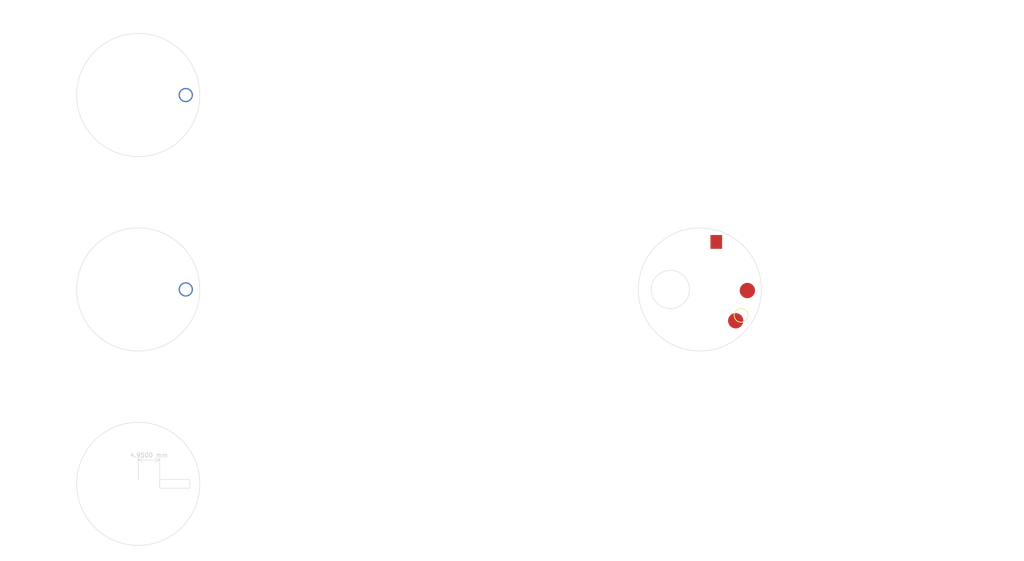
<source format=kicad_pcb>
(kicad_pcb (version 20240108) (generator "pcbnew") (generator_version "8.0")
  (layers (0 "F.Cu" signal) (31 "B.Cu" signal) (34 "B.Paste" user) (35 "F.Paste" user) (36 "B.SilkS" user "B.Silkscreen") (37 "F.SilkS" user "F.Silkscreen") (38 "B.Mask" user) (39 "F.Mask" user) (44 "Edge.Cuts" user))
  (net 0 "")
  (footprint "" (layer "F.Cu") (at 70 100)
    (property "Reference" "" (at 0 0 0) (layer "F.SilkS") (effects (font (size 1.27 1.27))))
    (property "Value" "")
    (pad "" np_thru_hole circle (at 0 0) (size 2.05 2.05) (drill 2.05) (layers "F&B.Cu" "*.Mask"))
  )
  (footprint "" (layer "F.Cu") (at 70 55)
    (property "Reference" "" (at 0 0 0) (layer "F.SilkS") (effects (font (size 1.27 1.27))))
    (property "Value" "")
    (pad "" np_thru_hole circle (at 0 0) (size 2.9 2.9) (drill 2.9) (layers "F&B.Cu" "*.Mask"))
  )
  (footprint "MountingHole:MountingHole_3.2mm_M3" (layer "F.Cu") (at 81 100 -90)
    (property "Reference" "H1" (hide yes))
    (property "Value" "MountingHole_Pad" (hide yes))
    (pad "0" thru_hole circle (at 0 0 270) (size 3.3 3.3) (drill 2.7) (layers "*.Cu" "*.Mask"))
  )
  (footprint "" (layer "F.Cu") (at 70 145)
    (property "Reference" "" (at 0 0 0) (layer "F.SilkS") (effects (font (size 1.27 1.27))))
    (property "Value" "")
    (pad "" np_thru_hole circle (at 0 0) (size 2.05 2.05) (drill 2.05) (layers "F&B.Cu" "*.Mask"))
  )
  (footprint "" (layer "F.Cu") (at 81 55)
    (property "Reference" "" (at 0 0 0) (layer "F.SilkS") (effects (font (size 1.27 1.27))))
    (property "Value" "")
    (pad "0" thru_hole circle (at 0 0 270) (size 3.3 3.3) (drill 2.7) (layers "*.Cu" "*.Mask"))
  )
  (footprint "MountingHole:MountingHole_2.1mm" (layer "F.Cu") (at 200 100)
    (property "Reference" "REF**" (hide yes))
    (property "Value" "MountingHole_2.1mm" (hide yes))
    (pad "" np_thru_hole circle (at 0 0) (size 2.05 2.05) (drill 2.05) (layers "F&B.Cu" "*.Mask"))
  )
  (gr_circle (center 211 100.25) (end 212.677051 100.25) (stroke (width 0.2)) (fill solid) (layer "F.Cu"))
  (gr_rect (start 202.55 87.5) (end 205.05 90.5) (stroke (width 0.2)) (fill solid) (layer "F.Cu"))
  (gr_circle (center 208.3 107.25) (end 209.977051 107.25) (stroke (width 0.2)) (fill solid) (layer "F.Cu"))
  (gr_circle (center 209.55 106) (end 211.150781 106) (stroke (width 0.2)) (fill none) (layer "F.SilkS"))
  (gr_circle (center 70 145) (end 84.25 145) (stroke (width 0.1)) (fill none) (layer "Edge.Cuts"))
  (gr_rect (start 74.95 144) (end 81.95 146) (stroke (width 0.1)) (fill none) (layer "Edge.Cuts"))
  (gr_circle (center 200 100) (end 214.25 100) (stroke (width 0.1)) (fill none) (layer "Edge.Cuts"))
  (gr_circle (center 70 100) (end 84.25 100) (stroke (width 0.1)) (fill none) (layer "Edge.Cuts"))
  (gr_circle (center 70 55) (end 84.25 55) (stroke (width 0.1)) (fill none) (layer "Edge.Cuts"))
  (gr_circle (center 193.17 100) (end 197.6 100) (stroke (width 0.1)) (fill none) (layer "Edge.Cuts"))
  (dimension (type aligned) (layer "Edge.Cuts") (pts (xy 70 145) (xy 74.95 145)) (height -5.5) (gr_text "4.9500 mm" (at 72.475 138.35 0) (layer "Edge.Cuts") (effects (font (size 1 1) (thickness 0.15)))) (format (prefix "") (suffix "") (units 3) (units_format 1) (precision 4)) (style (thickness 0.1) (arrow_length 1.27) (text_position_mode 0) (extension_height 0.58642) (extension_offset 0.5) keep_text_aligned))
)
</source>
